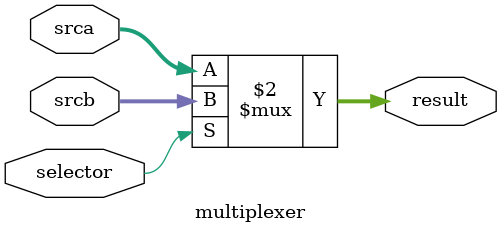
<source format=v>
`timescale 1ns / 1ps


module multiplexer(
    result, srca, srcb, selector
    );
    parameter WIDTH = 8;
    input [WIDTH-1:0] srca,srcb;
    input selector;
    output wire [WIDTH-1:0] result;
    assign result = (selector == 1) ? srcb : srca;
endmodule

</source>
